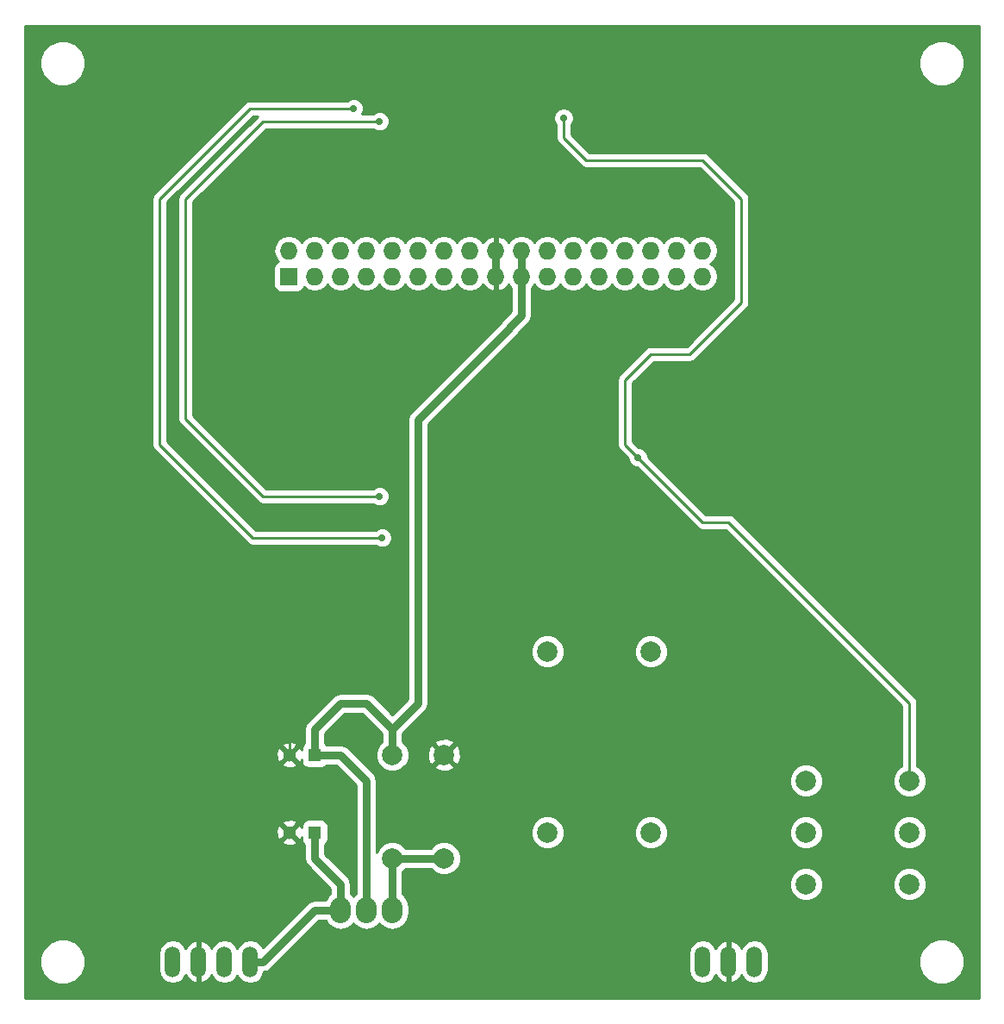
<source format=gbl>
G04 #@! TF.FileFunction,Copper,L2,Bot,Signal*
%FSLAX46Y46*%
G04 Gerber Fmt 4.6, Leading zero omitted, Abs format (unit mm)*
G04 Created by KiCad (PCBNEW 4.0.7) date Wednesday, 11. April 2018 'u56' 14:56:34*
%MOMM*%
%LPD*%
G01*
G04 APERTURE LIST*
%ADD10C,0.100000*%
%ADD11C,1.998980*%
%ADD12C,1.300000*%
%ADD13R,1.300000X1.300000*%
%ADD14O,2.032000X2.540000*%
%ADD15O,1.506220X3.014980*%
%ADD16R,1.727200X1.727200*%
%ADD17O,1.727200X1.727200*%
%ADD18C,0.700000*%
%ADD19C,0.250000*%
%ADD20C,0.750000*%
%ADD21C,0.254000*%
G04 APERTURE END LIST*
D10*
D11*
X190500000Y-124460000D03*
X180340000Y-124460000D03*
D12*
X154980000Y-142240000D03*
D13*
X157480000Y-142240000D03*
D11*
X165100000Y-134620000D03*
X165100000Y-144780000D03*
D14*
X162560000Y-149860000D03*
X160020000Y-149860000D03*
X165100000Y-149860000D03*
D12*
X154980000Y-134620000D03*
D13*
X157480000Y-134620000D03*
D15*
X195580000Y-154940000D03*
X198120000Y-154940000D03*
X200660000Y-154940000D03*
X143510000Y-154940000D03*
X146050000Y-154940000D03*
X148590000Y-154940000D03*
X151130000Y-154940000D03*
D16*
X154940000Y-87630000D03*
D17*
X154940000Y-85090000D03*
X157480000Y-87630000D03*
X157480000Y-85090000D03*
X160020000Y-87630000D03*
X160020000Y-85090000D03*
X162560000Y-87630000D03*
X162560000Y-85090000D03*
X165100000Y-87630000D03*
X165100000Y-85090000D03*
X167640000Y-87630000D03*
X167640000Y-85090000D03*
X170180000Y-87630000D03*
X170180000Y-85090000D03*
X172720000Y-87630000D03*
X172720000Y-85090000D03*
X175260000Y-87630000D03*
X175260000Y-85090000D03*
X177800000Y-87630000D03*
X177800000Y-85090000D03*
X180340000Y-87630000D03*
X180340000Y-85090000D03*
X182880000Y-87630000D03*
X182880000Y-85090000D03*
X185420000Y-87630000D03*
X185420000Y-85090000D03*
X187960000Y-87630000D03*
X187960000Y-85090000D03*
X190500000Y-87630000D03*
X190500000Y-85090000D03*
X193040000Y-87630000D03*
X193040000Y-85090000D03*
X195580000Y-87630000D03*
X195580000Y-85090000D03*
D11*
X170180000Y-144780000D03*
X170180000Y-134620000D03*
X215900000Y-137160000D03*
X205740000Y-137160000D03*
X215900000Y-142240000D03*
X205740000Y-142240000D03*
X215900000Y-147320000D03*
X205740000Y-147320000D03*
X180340000Y-142240000D03*
X190500000Y-142240000D03*
D18*
X180340000Y-68580000D03*
X198120000Y-108585000D03*
X154940000Y-125730000D03*
X181935000Y-72065000D03*
X189230000Y-105410000D03*
X163830000Y-72390000D03*
X163830000Y-109220000D03*
X161290000Y-71120000D03*
X164095000Y-113295000D03*
D19*
X154980000Y-125770000D02*
X154940000Y-125730000D01*
X154980000Y-134620000D02*
X154980000Y-125770000D01*
D20*
X175260000Y-87630000D02*
X175260000Y-85090000D01*
X157480000Y-144780000D02*
X157480000Y-142240000D01*
X160020000Y-147320000D02*
X157480000Y-144780000D01*
X160020000Y-149860000D02*
X160020000Y-147320000D01*
X157480000Y-149860000D02*
X160020000Y-149860000D01*
X152400000Y-154940000D02*
X157480000Y-149860000D01*
X151130000Y-154940000D02*
X152400000Y-154940000D01*
X176611399Y-92628601D02*
X177800000Y-91440000D01*
X177800000Y-91440000D02*
X177800000Y-90170000D01*
X167640000Y-127000000D02*
X167640000Y-101681399D01*
X176611399Y-92628601D02*
X176611399Y-92710000D01*
X165100000Y-132080000D02*
X162560000Y-129540000D01*
X167640000Y-129540000D02*
X167640000Y-127000000D01*
X165100000Y-132080000D02*
X167640000Y-129540000D01*
X165100000Y-134457202D02*
X165100000Y-132080000D01*
X177800000Y-87630000D02*
X177800000Y-85090000D01*
X177800000Y-90170000D02*
X177800000Y-87630000D01*
X167640000Y-101681399D02*
X176611399Y-92710000D01*
X157480000Y-132080000D02*
X157480000Y-134620000D01*
X160020000Y-134620000D02*
X157480000Y-134620000D01*
X160020000Y-129540000D02*
X157480000Y-132080000D01*
X162560000Y-129540000D02*
X160020000Y-129540000D01*
X165100000Y-134620000D02*
X165100000Y-132080000D01*
X162560000Y-137160000D02*
X160020000Y-134620000D01*
X162560000Y-149860000D02*
X162560000Y-137160000D01*
D19*
X198120000Y-111760000D02*
X195580000Y-111760000D01*
X195580000Y-111760000D02*
X189230000Y-105410000D01*
X215900000Y-129540000D02*
X198120000Y-111760000D01*
X215900000Y-137160000D02*
X215900000Y-129540000D01*
X187960000Y-97790000D02*
X187960000Y-104140000D01*
X187960000Y-104140000D02*
X189230000Y-105410000D01*
X190500000Y-95250000D02*
X187960000Y-97790000D01*
X194310000Y-95250000D02*
X190500000Y-95250000D01*
X199390000Y-90170000D02*
X194310000Y-95250000D01*
X199390000Y-80010000D02*
X199390000Y-90170000D01*
X195580000Y-76200000D02*
X199390000Y-80010000D01*
X184150000Y-76200000D02*
X195580000Y-76200000D01*
X181935000Y-73985000D02*
X184150000Y-76200000D01*
X181935000Y-72065000D02*
X181935000Y-73985000D01*
D20*
X165100000Y-144780000D02*
X170180000Y-144780000D01*
X165100000Y-149860000D02*
X165100000Y-144780000D01*
D19*
X163830000Y-109220000D02*
X152400000Y-109220000D01*
X152400000Y-109220000D02*
X144780000Y-101600000D01*
X144780000Y-101600000D02*
X144780000Y-80010000D01*
X144780000Y-80010000D02*
X152400000Y-72390000D01*
X152400000Y-72390000D02*
X163830000Y-72390000D01*
X161290000Y-71120000D02*
X151130000Y-71120000D01*
X151130000Y-71120000D02*
X142240000Y-80010000D01*
X142240000Y-80010000D02*
X142240000Y-104140000D01*
X142240000Y-104140000D02*
X151395000Y-113295000D01*
X151395000Y-113295000D02*
X164095000Y-113295000D01*
D21*
G36*
X222755201Y-62996083D02*
X222759740Y-158540000D01*
X129034458Y-158540000D01*
X129034446Y-155382619D01*
X130479613Y-155382619D01*
X130819155Y-156204372D01*
X131447321Y-156833636D01*
X132268481Y-157174611D01*
X133157619Y-157175387D01*
X133979372Y-156835845D01*
X134608636Y-156207679D01*
X134949611Y-155386519D01*
X134950387Y-154497381D01*
X134804227Y-154143646D01*
X142121890Y-154143646D01*
X142121890Y-155736354D01*
X142227554Y-156267561D01*
X142528458Y-156717896D01*
X142978793Y-157018800D01*
X143510000Y-157124464D01*
X144041207Y-157018800D01*
X144491542Y-156717896D01*
X144792446Y-156267561D01*
X144793016Y-156264694D01*
X144816154Y-156342919D01*
X145158260Y-156765724D01*
X145636125Y-157025427D01*
X145708326Y-157039783D01*
X145923000Y-156917162D01*
X145923000Y-155067000D01*
X145903000Y-155067000D01*
X145903000Y-154813000D01*
X145923000Y-154813000D01*
X145923000Y-152962838D01*
X146177000Y-152962838D01*
X146177000Y-154813000D01*
X146197000Y-154813000D01*
X146197000Y-155067000D01*
X146177000Y-155067000D01*
X146177000Y-156917162D01*
X146391674Y-157039783D01*
X146463875Y-157025427D01*
X146941740Y-156765724D01*
X147283846Y-156342919D01*
X147306984Y-156264694D01*
X147307554Y-156267561D01*
X147608458Y-156717896D01*
X148058793Y-157018800D01*
X148590000Y-157124464D01*
X149121207Y-157018800D01*
X149571542Y-156717896D01*
X149860000Y-156286188D01*
X150148458Y-156717896D01*
X150598793Y-157018800D01*
X151130000Y-157124464D01*
X151661207Y-157018800D01*
X152111542Y-156717896D01*
X152412446Y-156267561D01*
X152478728Y-155934340D01*
X152786510Y-155873118D01*
X153114178Y-155654178D01*
X154624710Y-154143646D01*
X194191890Y-154143646D01*
X194191890Y-155736354D01*
X194297554Y-156267561D01*
X194598458Y-156717896D01*
X195048793Y-157018800D01*
X195580000Y-157124464D01*
X196111207Y-157018800D01*
X196561542Y-156717896D01*
X196862446Y-156267561D01*
X196863016Y-156264694D01*
X196886154Y-156342919D01*
X197228260Y-156765724D01*
X197706125Y-157025427D01*
X197778326Y-157039783D01*
X197993000Y-156917162D01*
X197993000Y-155067000D01*
X197973000Y-155067000D01*
X197973000Y-154813000D01*
X197993000Y-154813000D01*
X197993000Y-152962838D01*
X198247000Y-152962838D01*
X198247000Y-154813000D01*
X198267000Y-154813000D01*
X198267000Y-155067000D01*
X198247000Y-155067000D01*
X198247000Y-156917162D01*
X198461674Y-157039783D01*
X198533875Y-157025427D01*
X199011740Y-156765724D01*
X199353846Y-156342919D01*
X199376984Y-156264694D01*
X199377554Y-156267561D01*
X199678458Y-156717896D01*
X200128793Y-157018800D01*
X200660000Y-157124464D01*
X201191207Y-157018800D01*
X201641542Y-156717896D01*
X201942446Y-156267561D01*
X202048110Y-155736354D01*
X202048110Y-155382619D01*
X216839613Y-155382619D01*
X217179155Y-156204372D01*
X217807321Y-156833636D01*
X218628481Y-157174611D01*
X219517619Y-157175387D01*
X220339372Y-156835845D01*
X220968636Y-156207679D01*
X221309611Y-155386519D01*
X221310387Y-154497381D01*
X220970845Y-153675628D01*
X220342679Y-153046364D01*
X219521519Y-152705389D01*
X218632381Y-152704613D01*
X217810628Y-153044155D01*
X217181364Y-153672321D01*
X216840389Y-154493481D01*
X216839613Y-155382619D01*
X202048110Y-155382619D01*
X202048110Y-154143646D01*
X201942446Y-153612439D01*
X201641542Y-153162104D01*
X201191207Y-152861200D01*
X200660000Y-152755536D01*
X200128793Y-152861200D01*
X199678458Y-153162104D01*
X199377554Y-153612439D01*
X199376984Y-153615306D01*
X199353846Y-153537081D01*
X199011740Y-153114276D01*
X198533875Y-152854573D01*
X198461674Y-152840217D01*
X198247000Y-152962838D01*
X197993000Y-152962838D01*
X197778326Y-152840217D01*
X197706125Y-152854573D01*
X197228260Y-153114276D01*
X196886154Y-153537081D01*
X196863016Y-153615306D01*
X196862446Y-153612439D01*
X196561542Y-153162104D01*
X196111207Y-152861200D01*
X195580000Y-152755536D01*
X195048793Y-152861200D01*
X194598458Y-153162104D01*
X194297554Y-153612439D01*
X194191890Y-154143646D01*
X154624710Y-154143646D01*
X157898356Y-150870000D01*
X158552719Y-150870000D01*
X158852567Y-151318754D01*
X159388190Y-151676646D01*
X160020000Y-151802321D01*
X160651810Y-151676646D01*
X161187433Y-151318754D01*
X161290000Y-151165252D01*
X161392567Y-151318754D01*
X161928190Y-151676646D01*
X162560000Y-151802321D01*
X163191810Y-151676646D01*
X163727433Y-151318754D01*
X163830000Y-151165252D01*
X163932567Y-151318754D01*
X164468190Y-151676646D01*
X165100000Y-151802321D01*
X165731810Y-151676646D01*
X166267433Y-151318754D01*
X166625325Y-150783131D01*
X166751000Y-150151321D01*
X166751000Y-149568679D01*
X166625325Y-148936869D01*
X166267433Y-148401246D01*
X166110000Y-148296053D01*
X166110000Y-147643694D01*
X204105226Y-147643694D01*
X204353538Y-148244655D01*
X204812927Y-148704846D01*
X205413453Y-148954206D01*
X206063694Y-148954774D01*
X206664655Y-148706462D01*
X207124846Y-148247073D01*
X207374206Y-147646547D01*
X207374208Y-147643694D01*
X214265226Y-147643694D01*
X214513538Y-148244655D01*
X214972927Y-148704846D01*
X215573453Y-148954206D01*
X216223694Y-148954774D01*
X216824655Y-148706462D01*
X217284846Y-148247073D01*
X217534206Y-147646547D01*
X217534774Y-146996306D01*
X217286462Y-146395345D01*
X216827073Y-145935154D01*
X216226547Y-145685794D01*
X215576306Y-145685226D01*
X214975345Y-145933538D01*
X214515154Y-146392927D01*
X214265794Y-146993453D01*
X214265226Y-147643694D01*
X207374208Y-147643694D01*
X207374774Y-146996306D01*
X207126462Y-146395345D01*
X206667073Y-145935154D01*
X206066547Y-145685794D01*
X205416306Y-145685226D01*
X204815345Y-145933538D01*
X204355154Y-146392927D01*
X204105794Y-146993453D01*
X204105226Y-147643694D01*
X166110000Y-147643694D01*
X166110000Y-146081266D01*
X166401774Y-145790000D01*
X168878734Y-145790000D01*
X169252927Y-146164846D01*
X169853453Y-146414206D01*
X170503694Y-146414774D01*
X171104655Y-146166462D01*
X171564846Y-145707073D01*
X171814206Y-145106547D01*
X171814774Y-144456306D01*
X171566462Y-143855345D01*
X171107073Y-143395154D01*
X170506547Y-143145794D01*
X169856306Y-143145226D01*
X169255345Y-143393538D01*
X168878226Y-143770000D01*
X166401266Y-143770000D01*
X166027073Y-143395154D01*
X165426547Y-143145794D01*
X164776306Y-143145226D01*
X164175345Y-143393538D01*
X163715154Y-143852927D01*
X163570000Y-144202497D01*
X163570000Y-142563694D01*
X178705226Y-142563694D01*
X178953538Y-143164655D01*
X179412927Y-143624846D01*
X180013453Y-143874206D01*
X180663694Y-143874774D01*
X181264655Y-143626462D01*
X181724846Y-143167073D01*
X181974206Y-142566547D01*
X181974208Y-142563694D01*
X188865226Y-142563694D01*
X189113538Y-143164655D01*
X189572927Y-143624846D01*
X190173453Y-143874206D01*
X190823694Y-143874774D01*
X191424655Y-143626462D01*
X191884846Y-143167073D01*
X192134206Y-142566547D01*
X192134208Y-142563694D01*
X204105226Y-142563694D01*
X204353538Y-143164655D01*
X204812927Y-143624846D01*
X205413453Y-143874206D01*
X206063694Y-143874774D01*
X206664655Y-143626462D01*
X207124846Y-143167073D01*
X207374206Y-142566547D01*
X207374208Y-142563694D01*
X214265226Y-142563694D01*
X214513538Y-143164655D01*
X214972927Y-143624846D01*
X215573453Y-143874206D01*
X216223694Y-143874774D01*
X216824655Y-143626462D01*
X217284846Y-143167073D01*
X217534206Y-142566547D01*
X217534774Y-141916306D01*
X217286462Y-141315345D01*
X216827073Y-140855154D01*
X216226547Y-140605794D01*
X215576306Y-140605226D01*
X214975345Y-140853538D01*
X214515154Y-141312927D01*
X214265794Y-141913453D01*
X214265226Y-142563694D01*
X207374208Y-142563694D01*
X207374774Y-141916306D01*
X207126462Y-141315345D01*
X206667073Y-140855154D01*
X206066547Y-140605794D01*
X205416306Y-140605226D01*
X204815345Y-140853538D01*
X204355154Y-141312927D01*
X204105794Y-141913453D01*
X204105226Y-142563694D01*
X192134208Y-142563694D01*
X192134774Y-141916306D01*
X191886462Y-141315345D01*
X191427073Y-140855154D01*
X190826547Y-140605794D01*
X190176306Y-140605226D01*
X189575345Y-140853538D01*
X189115154Y-141312927D01*
X188865794Y-141913453D01*
X188865226Y-142563694D01*
X181974208Y-142563694D01*
X181974774Y-141916306D01*
X181726462Y-141315345D01*
X181267073Y-140855154D01*
X180666547Y-140605794D01*
X180016306Y-140605226D01*
X179415345Y-140853538D01*
X178955154Y-141312927D01*
X178705794Y-141913453D01*
X178705226Y-142563694D01*
X163570000Y-142563694D01*
X163570000Y-137483694D01*
X204105226Y-137483694D01*
X204353538Y-138084655D01*
X204812927Y-138544846D01*
X205413453Y-138794206D01*
X206063694Y-138794774D01*
X206664655Y-138546462D01*
X207124846Y-138087073D01*
X207374206Y-137486547D01*
X207374774Y-136836306D01*
X207126462Y-136235345D01*
X206667073Y-135775154D01*
X206066547Y-135525794D01*
X205416306Y-135525226D01*
X204815345Y-135773538D01*
X204355154Y-136232927D01*
X204105794Y-136833453D01*
X204105226Y-137483694D01*
X163570000Y-137483694D01*
X163570000Y-137160000D01*
X163505613Y-136836306D01*
X163493118Y-136773489D01*
X163274178Y-136445822D01*
X160734178Y-133905822D01*
X160406510Y-133686882D01*
X160020000Y-133610000D01*
X158652931Y-133610000D01*
X158594090Y-133518559D01*
X158490000Y-133447437D01*
X158490000Y-132498356D01*
X160438356Y-130550000D01*
X162141644Y-130550000D01*
X164090000Y-132498356D01*
X164090000Y-133318734D01*
X163715154Y-133692927D01*
X163465794Y-134293453D01*
X163465226Y-134943694D01*
X163713538Y-135544655D01*
X164172927Y-136004846D01*
X164773453Y-136254206D01*
X165423694Y-136254774D01*
X166024655Y-136006462D01*
X166259363Y-135772163D01*
X169207443Y-135772163D01*
X169306042Y-136038965D01*
X169915582Y-136265401D01*
X170565377Y-136241341D01*
X171053958Y-136038965D01*
X171152557Y-135772163D01*
X170180000Y-134799605D01*
X169207443Y-135772163D01*
X166259363Y-135772163D01*
X166484846Y-135547073D01*
X166734206Y-134946547D01*
X166734722Y-134355582D01*
X168534599Y-134355582D01*
X168558659Y-135005377D01*
X168761035Y-135493958D01*
X169027837Y-135592557D01*
X170000395Y-134620000D01*
X170359605Y-134620000D01*
X171332163Y-135592557D01*
X171598965Y-135493958D01*
X171825401Y-134884418D01*
X171801341Y-134234623D01*
X171598965Y-133746042D01*
X171332163Y-133647443D01*
X170359605Y-134620000D01*
X170000395Y-134620000D01*
X169027837Y-133647443D01*
X168761035Y-133746042D01*
X168534599Y-134355582D01*
X166734722Y-134355582D01*
X166734774Y-134296306D01*
X166486462Y-133695345D01*
X166259351Y-133467837D01*
X169207443Y-133467837D01*
X170180000Y-134440395D01*
X171152557Y-133467837D01*
X171053958Y-133201035D01*
X170444418Y-132974599D01*
X169794623Y-132998659D01*
X169306042Y-133201035D01*
X169207443Y-133467837D01*
X166259351Y-133467837D01*
X166110000Y-133318226D01*
X166110000Y-132498356D01*
X168354178Y-130254178D01*
X168573118Y-129926511D01*
X168650000Y-129540000D01*
X168650000Y-124783694D01*
X178705226Y-124783694D01*
X178953538Y-125384655D01*
X179412927Y-125844846D01*
X180013453Y-126094206D01*
X180663694Y-126094774D01*
X181264655Y-125846462D01*
X181724846Y-125387073D01*
X181974206Y-124786547D01*
X181974208Y-124783694D01*
X188865226Y-124783694D01*
X189113538Y-125384655D01*
X189572927Y-125844846D01*
X190173453Y-126094206D01*
X190823694Y-126094774D01*
X191424655Y-125846462D01*
X191884846Y-125387073D01*
X192134206Y-124786547D01*
X192134774Y-124136306D01*
X191886462Y-123535345D01*
X191427073Y-123075154D01*
X190826547Y-122825794D01*
X190176306Y-122825226D01*
X189575345Y-123073538D01*
X189115154Y-123532927D01*
X188865794Y-124133453D01*
X188865226Y-124783694D01*
X181974208Y-124783694D01*
X181974774Y-124136306D01*
X181726462Y-123535345D01*
X181267073Y-123075154D01*
X180666547Y-122825794D01*
X180016306Y-122825226D01*
X179415345Y-123073538D01*
X178955154Y-123532927D01*
X178705794Y-124133453D01*
X178705226Y-124783694D01*
X168650000Y-124783694D01*
X168650000Y-102099755D01*
X177325577Y-93424178D01*
X177489486Y-93178870D01*
X178514178Y-92154178D01*
X178733118Y-91826510D01*
X178810000Y-91440000D01*
X178810000Y-88742476D01*
X178889029Y-88689670D01*
X179070000Y-88418828D01*
X179250971Y-88689670D01*
X179737152Y-89014526D01*
X180310641Y-89128600D01*
X180369359Y-89128600D01*
X180942848Y-89014526D01*
X181429029Y-88689670D01*
X181610000Y-88418828D01*
X181790971Y-88689670D01*
X182277152Y-89014526D01*
X182850641Y-89128600D01*
X182909359Y-89128600D01*
X183482848Y-89014526D01*
X183969029Y-88689670D01*
X184150000Y-88418828D01*
X184330971Y-88689670D01*
X184817152Y-89014526D01*
X185390641Y-89128600D01*
X185449359Y-89128600D01*
X186022848Y-89014526D01*
X186509029Y-88689670D01*
X186690000Y-88418828D01*
X186870971Y-88689670D01*
X187357152Y-89014526D01*
X187930641Y-89128600D01*
X187989359Y-89128600D01*
X188562848Y-89014526D01*
X189049029Y-88689670D01*
X189230000Y-88418828D01*
X189410971Y-88689670D01*
X189897152Y-89014526D01*
X190470641Y-89128600D01*
X190529359Y-89128600D01*
X191102848Y-89014526D01*
X191589029Y-88689670D01*
X191770000Y-88418828D01*
X191950971Y-88689670D01*
X192437152Y-89014526D01*
X193010641Y-89128600D01*
X193069359Y-89128600D01*
X193642848Y-89014526D01*
X194129029Y-88689670D01*
X194310000Y-88418828D01*
X194490971Y-88689670D01*
X194977152Y-89014526D01*
X195550641Y-89128600D01*
X195609359Y-89128600D01*
X196182848Y-89014526D01*
X196669029Y-88689670D01*
X196993885Y-88203489D01*
X197107959Y-87630000D01*
X196993885Y-87056511D01*
X196669029Y-86570330D01*
X196354248Y-86360000D01*
X196669029Y-86149670D01*
X196993885Y-85663489D01*
X197107959Y-85090000D01*
X196993885Y-84516511D01*
X196669029Y-84030330D01*
X196182848Y-83705474D01*
X195609359Y-83591400D01*
X195550641Y-83591400D01*
X194977152Y-83705474D01*
X194490971Y-84030330D01*
X194310000Y-84301172D01*
X194129029Y-84030330D01*
X193642848Y-83705474D01*
X193069359Y-83591400D01*
X193010641Y-83591400D01*
X192437152Y-83705474D01*
X191950971Y-84030330D01*
X191770000Y-84301172D01*
X191589029Y-84030330D01*
X191102848Y-83705474D01*
X190529359Y-83591400D01*
X190470641Y-83591400D01*
X189897152Y-83705474D01*
X189410971Y-84030330D01*
X189230000Y-84301172D01*
X189049029Y-84030330D01*
X188562848Y-83705474D01*
X187989359Y-83591400D01*
X187930641Y-83591400D01*
X187357152Y-83705474D01*
X186870971Y-84030330D01*
X186690000Y-84301172D01*
X186509029Y-84030330D01*
X186022848Y-83705474D01*
X185449359Y-83591400D01*
X185390641Y-83591400D01*
X184817152Y-83705474D01*
X184330971Y-84030330D01*
X184150000Y-84301172D01*
X183969029Y-84030330D01*
X183482848Y-83705474D01*
X182909359Y-83591400D01*
X182850641Y-83591400D01*
X182277152Y-83705474D01*
X181790971Y-84030330D01*
X181610000Y-84301172D01*
X181429029Y-84030330D01*
X180942848Y-83705474D01*
X180369359Y-83591400D01*
X180310641Y-83591400D01*
X179737152Y-83705474D01*
X179250971Y-84030330D01*
X179070000Y-84301172D01*
X178889029Y-84030330D01*
X178402848Y-83705474D01*
X177829359Y-83591400D01*
X177770641Y-83591400D01*
X177197152Y-83705474D01*
X176710971Y-84030330D01*
X176530008Y-84301161D01*
X176148490Y-83883179D01*
X175619027Y-83635032D01*
X175387000Y-83755531D01*
X175387000Y-84963000D01*
X175407000Y-84963000D01*
X175407000Y-85217000D01*
X175387000Y-85217000D01*
X175387000Y-87503000D01*
X175407000Y-87503000D01*
X175407000Y-87757000D01*
X175387000Y-87757000D01*
X175387000Y-88964469D01*
X175619027Y-89084968D01*
X176148490Y-88836821D01*
X176530008Y-88418839D01*
X176710971Y-88689670D01*
X176790000Y-88742476D01*
X176790000Y-91021644D01*
X175897221Y-91914423D01*
X175733312Y-92159731D01*
X166925822Y-100967221D01*
X166706882Y-101294889D01*
X166630000Y-101681399D01*
X166630000Y-129121644D01*
X165100000Y-130651644D01*
X163274178Y-128825822D01*
X162946510Y-128606882D01*
X162560000Y-128530000D01*
X160020000Y-128530000D01*
X159633489Y-128606882D01*
X159305822Y-128825822D01*
X156765822Y-131365822D01*
X156546882Y-131693490D01*
X156470000Y-132080000D01*
X156470000Y-133447069D01*
X156378559Y-133505910D01*
X156233569Y-133718110D01*
X156182560Y-133970000D01*
X156182560Y-134132385D01*
X156109611Y-133956271D01*
X155879016Y-133900590D01*
X155159605Y-134620000D01*
X155879016Y-135339410D01*
X156109611Y-135283729D01*
X156182560Y-135074098D01*
X156182560Y-135270000D01*
X156226838Y-135505317D01*
X156365910Y-135721441D01*
X156578110Y-135866431D01*
X156830000Y-135917440D01*
X158130000Y-135917440D01*
X158365317Y-135873162D01*
X158581441Y-135734090D01*
X158652563Y-135630000D01*
X159601644Y-135630000D01*
X161550000Y-137578356D01*
X161550000Y-148296053D01*
X161392567Y-148401246D01*
X161290000Y-148554748D01*
X161187433Y-148401246D01*
X161030000Y-148296053D01*
X161030000Y-147320000D01*
X160965613Y-146996306D01*
X160953118Y-146933489D01*
X160734178Y-146605822D01*
X158490000Y-144361644D01*
X158490000Y-143412931D01*
X158581441Y-143354090D01*
X158726431Y-143141890D01*
X158777440Y-142890000D01*
X158777440Y-141590000D01*
X158733162Y-141354683D01*
X158594090Y-141138559D01*
X158381890Y-140993569D01*
X158130000Y-140942560D01*
X156830000Y-140942560D01*
X156594683Y-140986838D01*
X156378559Y-141125910D01*
X156233569Y-141338110D01*
X156182560Y-141590000D01*
X156182560Y-141752385D01*
X156109611Y-141576271D01*
X155879016Y-141520590D01*
X155159605Y-142240000D01*
X155879016Y-142959410D01*
X156109611Y-142903729D01*
X156182560Y-142694098D01*
X156182560Y-142890000D01*
X156226838Y-143125317D01*
X156365910Y-143341441D01*
X156470000Y-143412563D01*
X156470000Y-144780000D01*
X156546882Y-145166510D01*
X156765822Y-145494178D01*
X159010000Y-147738356D01*
X159010000Y-148296053D01*
X158852567Y-148401246D01*
X158552719Y-148850000D01*
X157480000Y-148850000D01*
X157093490Y-148926882D01*
X156765822Y-149145822D01*
X152367088Y-153544556D01*
X152111542Y-153162104D01*
X151661207Y-152861200D01*
X151130000Y-152755536D01*
X150598793Y-152861200D01*
X150148458Y-153162104D01*
X149860000Y-153593812D01*
X149571542Y-153162104D01*
X149121207Y-152861200D01*
X148590000Y-152755536D01*
X148058793Y-152861200D01*
X147608458Y-153162104D01*
X147307554Y-153612439D01*
X147306984Y-153615306D01*
X147283846Y-153537081D01*
X146941740Y-153114276D01*
X146463875Y-152854573D01*
X146391674Y-152840217D01*
X146177000Y-152962838D01*
X145923000Y-152962838D01*
X145708326Y-152840217D01*
X145636125Y-152854573D01*
X145158260Y-153114276D01*
X144816154Y-153537081D01*
X144793016Y-153615306D01*
X144792446Y-153612439D01*
X144491542Y-153162104D01*
X144041207Y-152861200D01*
X143510000Y-152755536D01*
X142978793Y-152861200D01*
X142528458Y-153162104D01*
X142227554Y-153612439D01*
X142121890Y-154143646D01*
X134804227Y-154143646D01*
X134610845Y-153675628D01*
X133982679Y-153046364D01*
X133161519Y-152705389D01*
X132272381Y-152704613D01*
X131450628Y-153044155D01*
X130821364Y-153672321D01*
X130480389Y-154493481D01*
X130479613Y-155382619D01*
X129034446Y-155382619D01*
X129034400Y-143139016D01*
X154260590Y-143139016D01*
X154316271Y-143369611D01*
X154799078Y-143537622D01*
X155309428Y-143508083D01*
X155643729Y-143369611D01*
X155699410Y-143139016D01*
X154980000Y-142419605D01*
X154260590Y-143139016D01*
X129034400Y-143139016D01*
X129034395Y-142059078D01*
X153682378Y-142059078D01*
X153711917Y-142569428D01*
X153850389Y-142903729D01*
X154080984Y-142959410D01*
X154800395Y-142240000D01*
X154080984Y-141520590D01*
X153850389Y-141576271D01*
X153682378Y-142059078D01*
X129034395Y-142059078D01*
X129034393Y-141340984D01*
X154260590Y-141340984D01*
X154980000Y-142060395D01*
X155699410Y-141340984D01*
X155643729Y-141110389D01*
X155160922Y-140942378D01*
X154650572Y-140971917D01*
X154316271Y-141110389D01*
X154260590Y-141340984D01*
X129034393Y-141340984D01*
X129034371Y-135519016D01*
X154260590Y-135519016D01*
X154316271Y-135749611D01*
X154799078Y-135917622D01*
X155309428Y-135888083D01*
X155643729Y-135749611D01*
X155699410Y-135519016D01*
X154980000Y-134799605D01*
X154260590Y-135519016D01*
X129034371Y-135519016D01*
X129034366Y-134439078D01*
X153682378Y-134439078D01*
X153711917Y-134949428D01*
X153850389Y-135283729D01*
X154080984Y-135339410D01*
X154800395Y-134620000D01*
X154080984Y-133900590D01*
X153850389Y-133956271D01*
X153682378Y-134439078D01*
X129034366Y-134439078D01*
X129034364Y-133720984D01*
X154260590Y-133720984D01*
X154980000Y-134440395D01*
X155699410Y-133720984D01*
X155643729Y-133490389D01*
X155160922Y-133322378D01*
X154650572Y-133351917D01*
X154316271Y-133490389D01*
X154260590Y-133720984D01*
X129034364Y-133720984D01*
X129034152Y-80010000D01*
X141480000Y-80010000D01*
X141480000Y-104140000D01*
X141537852Y-104430839D01*
X141702599Y-104677401D01*
X150857599Y-113832401D01*
X151104161Y-113997148D01*
X151395000Y-114055000D01*
X163461889Y-114055000D01*
X163536314Y-114129555D01*
X163898212Y-114279828D01*
X164290069Y-114280170D01*
X164652229Y-114130529D01*
X164929555Y-113853686D01*
X165079828Y-113491788D01*
X165080170Y-113099931D01*
X164930529Y-112737771D01*
X164653686Y-112460445D01*
X164291788Y-112310172D01*
X163899931Y-112309830D01*
X163537771Y-112459471D01*
X163462110Y-112535000D01*
X151709802Y-112535000D01*
X143000000Y-103825198D01*
X143000000Y-80324802D01*
X151444802Y-71880000D01*
X151835198Y-71880000D01*
X144242599Y-79472599D01*
X144077852Y-79719161D01*
X144020000Y-80010000D01*
X144020000Y-101600000D01*
X144077852Y-101890839D01*
X144242599Y-102137401D01*
X151862599Y-109757401D01*
X152109160Y-109922148D01*
X152400000Y-109980000D01*
X163196889Y-109980000D01*
X163271314Y-110054555D01*
X163633212Y-110204828D01*
X164025069Y-110205170D01*
X164387229Y-110055529D01*
X164664555Y-109778686D01*
X164814828Y-109416788D01*
X164815170Y-109024931D01*
X164665529Y-108662771D01*
X164388686Y-108385445D01*
X164026788Y-108235172D01*
X163634931Y-108234830D01*
X163272771Y-108384471D01*
X163197110Y-108460000D01*
X152714802Y-108460000D01*
X145540000Y-101285198D01*
X145540000Y-85090000D01*
X153412041Y-85090000D01*
X153526115Y-85663489D01*
X153850971Y-86149670D01*
X153864642Y-86158805D01*
X153841083Y-86163238D01*
X153624959Y-86302310D01*
X153479969Y-86514510D01*
X153428960Y-86766400D01*
X153428960Y-88493600D01*
X153473238Y-88728917D01*
X153612310Y-88945041D01*
X153824510Y-89090031D01*
X154076400Y-89141040D01*
X155803600Y-89141040D01*
X156038917Y-89096762D01*
X156255041Y-88957690D01*
X156400031Y-88745490D01*
X156408908Y-88701655D01*
X156877152Y-89014526D01*
X157450641Y-89128600D01*
X157509359Y-89128600D01*
X158082848Y-89014526D01*
X158569029Y-88689670D01*
X158750000Y-88418828D01*
X158930971Y-88689670D01*
X159417152Y-89014526D01*
X159990641Y-89128600D01*
X160049359Y-89128600D01*
X160622848Y-89014526D01*
X161109029Y-88689670D01*
X161290000Y-88418828D01*
X161470971Y-88689670D01*
X161957152Y-89014526D01*
X162530641Y-89128600D01*
X162589359Y-89128600D01*
X163162848Y-89014526D01*
X163649029Y-88689670D01*
X163830000Y-88418828D01*
X164010971Y-88689670D01*
X164497152Y-89014526D01*
X165070641Y-89128600D01*
X165129359Y-89128600D01*
X165702848Y-89014526D01*
X166189029Y-88689670D01*
X166370000Y-88418828D01*
X166550971Y-88689670D01*
X167037152Y-89014526D01*
X167610641Y-89128600D01*
X167669359Y-89128600D01*
X168242848Y-89014526D01*
X168729029Y-88689670D01*
X168910000Y-88418828D01*
X169090971Y-88689670D01*
X169577152Y-89014526D01*
X170150641Y-89128600D01*
X170209359Y-89128600D01*
X170782848Y-89014526D01*
X171269029Y-88689670D01*
X171450000Y-88418828D01*
X171630971Y-88689670D01*
X172117152Y-89014526D01*
X172690641Y-89128600D01*
X172749359Y-89128600D01*
X173322848Y-89014526D01*
X173809029Y-88689670D01*
X173989992Y-88418839D01*
X174371510Y-88836821D01*
X174900973Y-89084968D01*
X175133000Y-88964469D01*
X175133000Y-87757000D01*
X175113000Y-87757000D01*
X175113000Y-87503000D01*
X175133000Y-87503000D01*
X175133000Y-85217000D01*
X175113000Y-85217000D01*
X175113000Y-84963000D01*
X175133000Y-84963000D01*
X175133000Y-83755531D01*
X174900973Y-83635032D01*
X174371510Y-83883179D01*
X173989992Y-84301161D01*
X173809029Y-84030330D01*
X173322848Y-83705474D01*
X172749359Y-83591400D01*
X172690641Y-83591400D01*
X172117152Y-83705474D01*
X171630971Y-84030330D01*
X171450000Y-84301172D01*
X171269029Y-84030330D01*
X170782848Y-83705474D01*
X170209359Y-83591400D01*
X170150641Y-83591400D01*
X169577152Y-83705474D01*
X169090971Y-84030330D01*
X168910000Y-84301172D01*
X168729029Y-84030330D01*
X168242848Y-83705474D01*
X167669359Y-83591400D01*
X167610641Y-83591400D01*
X167037152Y-83705474D01*
X166550971Y-84030330D01*
X166370000Y-84301172D01*
X166189029Y-84030330D01*
X165702848Y-83705474D01*
X165129359Y-83591400D01*
X165070641Y-83591400D01*
X164497152Y-83705474D01*
X164010971Y-84030330D01*
X163830000Y-84301172D01*
X163649029Y-84030330D01*
X163162848Y-83705474D01*
X162589359Y-83591400D01*
X162530641Y-83591400D01*
X161957152Y-83705474D01*
X161470971Y-84030330D01*
X161290000Y-84301172D01*
X161109029Y-84030330D01*
X160622848Y-83705474D01*
X160049359Y-83591400D01*
X159990641Y-83591400D01*
X159417152Y-83705474D01*
X158930971Y-84030330D01*
X158750000Y-84301172D01*
X158569029Y-84030330D01*
X158082848Y-83705474D01*
X157509359Y-83591400D01*
X157450641Y-83591400D01*
X156877152Y-83705474D01*
X156390971Y-84030330D01*
X156210000Y-84301172D01*
X156029029Y-84030330D01*
X155542848Y-83705474D01*
X154969359Y-83591400D01*
X154910641Y-83591400D01*
X154337152Y-83705474D01*
X153850971Y-84030330D01*
X153526115Y-84516511D01*
X153412041Y-85090000D01*
X145540000Y-85090000D01*
X145540000Y-80324802D01*
X152714802Y-73150000D01*
X163196889Y-73150000D01*
X163271314Y-73224555D01*
X163633212Y-73374828D01*
X164025069Y-73375170D01*
X164387229Y-73225529D01*
X164664555Y-72948686D01*
X164814828Y-72586788D01*
X164815113Y-72260069D01*
X180949830Y-72260069D01*
X181099471Y-72622229D01*
X181175000Y-72697890D01*
X181175000Y-73985000D01*
X181232852Y-74275839D01*
X181397599Y-74522401D01*
X183612599Y-76737401D01*
X183859161Y-76902148D01*
X184150000Y-76960000D01*
X195265198Y-76960000D01*
X198630000Y-80324802D01*
X198630000Y-89855198D01*
X193995198Y-94490000D01*
X190500000Y-94490000D01*
X190257414Y-94538254D01*
X190209160Y-94547852D01*
X189962599Y-94712599D01*
X187422599Y-97252599D01*
X187257852Y-97499161D01*
X187200000Y-97790000D01*
X187200000Y-104140000D01*
X187257852Y-104430839D01*
X187422599Y-104677401D01*
X188244922Y-105499724D01*
X188244830Y-105605069D01*
X188394471Y-105967229D01*
X188671314Y-106244555D01*
X189033212Y-106394828D01*
X189140119Y-106394921D01*
X195042599Y-112297401D01*
X195289161Y-112462148D01*
X195580000Y-112520000D01*
X197805198Y-112520000D01*
X215140000Y-129854802D01*
X215140000Y-135705504D01*
X214975345Y-135773538D01*
X214515154Y-136232927D01*
X214265794Y-136833453D01*
X214265226Y-137483694D01*
X214513538Y-138084655D01*
X214972927Y-138544846D01*
X215573453Y-138794206D01*
X216223694Y-138794774D01*
X216824655Y-138546462D01*
X217284846Y-138087073D01*
X217534206Y-137486547D01*
X217534774Y-136836306D01*
X217286462Y-136235345D01*
X216827073Y-135775154D01*
X216660000Y-135705779D01*
X216660000Y-129540000D01*
X216602148Y-129249161D01*
X216437401Y-129002599D01*
X198657401Y-111222599D01*
X198410839Y-111057852D01*
X198120000Y-111000000D01*
X195894802Y-111000000D01*
X190215078Y-105320276D01*
X190215170Y-105214931D01*
X190065529Y-104852771D01*
X189788686Y-104575445D01*
X189426788Y-104425172D01*
X189319881Y-104425079D01*
X188720000Y-103825198D01*
X188720000Y-98104802D01*
X190814802Y-96010000D01*
X194310000Y-96010000D01*
X194600839Y-95952148D01*
X194847401Y-95787401D01*
X199927401Y-90707401D01*
X200092148Y-90460839D01*
X200150000Y-90170000D01*
X200150000Y-80010000D01*
X200092148Y-79719161D01*
X199927401Y-79472599D01*
X196117401Y-75662599D01*
X195870839Y-75497852D01*
X195580000Y-75440000D01*
X184464802Y-75440000D01*
X182695000Y-73670198D01*
X182695000Y-72698111D01*
X182769555Y-72623686D01*
X182919828Y-72261788D01*
X182920170Y-71869931D01*
X182770529Y-71507771D01*
X182493686Y-71230445D01*
X182131788Y-71080172D01*
X181739931Y-71079830D01*
X181377771Y-71229471D01*
X181100445Y-71506314D01*
X180950172Y-71868212D01*
X180949830Y-72260069D01*
X164815113Y-72260069D01*
X164815170Y-72194931D01*
X164665529Y-71832771D01*
X164388686Y-71555445D01*
X164026788Y-71405172D01*
X163634931Y-71404830D01*
X163272771Y-71554471D01*
X163197110Y-71630000D01*
X162144771Y-71630000D01*
X162274828Y-71316788D01*
X162275170Y-70924931D01*
X162125529Y-70562771D01*
X161848686Y-70285445D01*
X161486788Y-70135172D01*
X161094931Y-70134830D01*
X160732771Y-70284471D01*
X160657110Y-70360000D01*
X151130000Y-70360000D01*
X150839161Y-70417852D01*
X150592599Y-70582599D01*
X141702599Y-79472599D01*
X141537852Y-79719161D01*
X141480000Y-80010000D01*
X129034152Y-80010000D01*
X129034101Y-67117619D01*
X130479613Y-67117619D01*
X130819155Y-67939372D01*
X131447321Y-68568636D01*
X132268481Y-68909611D01*
X133157619Y-68910387D01*
X133979372Y-68570845D01*
X134608636Y-67942679D01*
X134949611Y-67121519D01*
X134949614Y-67117619D01*
X216839613Y-67117619D01*
X217179155Y-67939372D01*
X217807321Y-68568636D01*
X218628481Y-68909611D01*
X219517619Y-68910387D01*
X220339372Y-68570845D01*
X220968636Y-67942679D01*
X221309611Y-67121519D01*
X221310387Y-66232381D01*
X220970845Y-65410628D01*
X220342679Y-64781364D01*
X219521519Y-64440389D01*
X218632381Y-64439613D01*
X217810628Y-64779155D01*
X217181364Y-65407321D01*
X216840389Y-66228481D01*
X216839613Y-67117619D01*
X134949614Y-67117619D01*
X134950387Y-66232381D01*
X134610845Y-65410628D01*
X133982679Y-64781364D01*
X133161519Y-64440389D01*
X132272381Y-64439613D01*
X131450628Y-64779155D01*
X130821364Y-65407321D01*
X130480389Y-66228481D01*
X130479613Y-67117619D01*
X129034101Y-67117619D01*
X129034084Y-62991540D01*
X222755201Y-62996083D01*
X222755201Y-62996083D01*
G37*
X222755201Y-62996083D02*
X222759740Y-158540000D01*
X129034458Y-158540000D01*
X129034446Y-155382619D01*
X130479613Y-155382619D01*
X130819155Y-156204372D01*
X131447321Y-156833636D01*
X132268481Y-157174611D01*
X133157619Y-157175387D01*
X133979372Y-156835845D01*
X134608636Y-156207679D01*
X134949611Y-155386519D01*
X134950387Y-154497381D01*
X134804227Y-154143646D01*
X142121890Y-154143646D01*
X142121890Y-155736354D01*
X142227554Y-156267561D01*
X142528458Y-156717896D01*
X142978793Y-157018800D01*
X143510000Y-157124464D01*
X144041207Y-157018800D01*
X144491542Y-156717896D01*
X144792446Y-156267561D01*
X144793016Y-156264694D01*
X144816154Y-156342919D01*
X145158260Y-156765724D01*
X145636125Y-157025427D01*
X145708326Y-157039783D01*
X145923000Y-156917162D01*
X145923000Y-155067000D01*
X145903000Y-155067000D01*
X145903000Y-154813000D01*
X145923000Y-154813000D01*
X145923000Y-152962838D01*
X146177000Y-152962838D01*
X146177000Y-154813000D01*
X146197000Y-154813000D01*
X146197000Y-155067000D01*
X146177000Y-155067000D01*
X146177000Y-156917162D01*
X146391674Y-157039783D01*
X146463875Y-157025427D01*
X146941740Y-156765724D01*
X147283846Y-156342919D01*
X147306984Y-156264694D01*
X147307554Y-156267561D01*
X147608458Y-156717896D01*
X148058793Y-157018800D01*
X148590000Y-157124464D01*
X149121207Y-157018800D01*
X149571542Y-156717896D01*
X149860000Y-156286188D01*
X150148458Y-156717896D01*
X150598793Y-157018800D01*
X151130000Y-157124464D01*
X151661207Y-157018800D01*
X152111542Y-156717896D01*
X152412446Y-156267561D01*
X152478728Y-155934340D01*
X152786510Y-155873118D01*
X153114178Y-155654178D01*
X154624710Y-154143646D01*
X194191890Y-154143646D01*
X194191890Y-155736354D01*
X194297554Y-156267561D01*
X194598458Y-156717896D01*
X195048793Y-157018800D01*
X195580000Y-157124464D01*
X196111207Y-157018800D01*
X196561542Y-156717896D01*
X196862446Y-156267561D01*
X196863016Y-156264694D01*
X196886154Y-156342919D01*
X197228260Y-156765724D01*
X197706125Y-157025427D01*
X197778326Y-157039783D01*
X197993000Y-156917162D01*
X197993000Y-155067000D01*
X197973000Y-155067000D01*
X197973000Y-154813000D01*
X197993000Y-154813000D01*
X197993000Y-152962838D01*
X198247000Y-152962838D01*
X198247000Y-154813000D01*
X198267000Y-154813000D01*
X198267000Y-155067000D01*
X198247000Y-155067000D01*
X198247000Y-156917162D01*
X198461674Y-157039783D01*
X198533875Y-157025427D01*
X199011740Y-156765724D01*
X199353846Y-156342919D01*
X199376984Y-156264694D01*
X199377554Y-156267561D01*
X199678458Y-156717896D01*
X200128793Y-157018800D01*
X200660000Y-157124464D01*
X201191207Y-157018800D01*
X201641542Y-156717896D01*
X201942446Y-156267561D01*
X202048110Y-155736354D01*
X202048110Y-155382619D01*
X216839613Y-155382619D01*
X217179155Y-156204372D01*
X217807321Y-156833636D01*
X218628481Y-157174611D01*
X219517619Y-157175387D01*
X220339372Y-156835845D01*
X220968636Y-156207679D01*
X221309611Y-155386519D01*
X221310387Y-154497381D01*
X220970845Y-153675628D01*
X220342679Y-153046364D01*
X219521519Y-152705389D01*
X218632381Y-152704613D01*
X217810628Y-153044155D01*
X217181364Y-153672321D01*
X216840389Y-154493481D01*
X216839613Y-155382619D01*
X202048110Y-155382619D01*
X202048110Y-154143646D01*
X201942446Y-153612439D01*
X201641542Y-153162104D01*
X201191207Y-152861200D01*
X200660000Y-152755536D01*
X200128793Y-152861200D01*
X199678458Y-153162104D01*
X199377554Y-153612439D01*
X199376984Y-153615306D01*
X199353846Y-153537081D01*
X199011740Y-153114276D01*
X198533875Y-152854573D01*
X198461674Y-152840217D01*
X198247000Y-152962838D01*
X197993000Y-152962838D01*
X197778326Y-152840217D01*
X197706125Y-152854573D01*
X197228260Y-153114276D01*
X196886154Y-153537081D01*
X196863016Y-153615306D01*
X196862446Y-153612439D01*
X196561542Y-153162104D01*
X196111207Y-152861200D01*
X195580000Y-152755536D01*
X195048793Y-152861200D01*
X194598458Y-153162104D01*
X194297554Y-153612439D01*
X194191890Y-154143646D01*
X154624710Y-154143646D01*
X157898356Y-150870000D01*
X158552719Y-150870000D01*
X158852567Y-151318754D01*
X159388190Y-151676646D01*
X160020000Y-151802321D01*
X160651810Y-151676646D01*
X161187433Y-151318754D01*
X161290000Y-151165252D01*
X161392567Y-151318754D01*
X161928190Y-151676646D01*
X162560000Y-151802321D01*
X163191810Y-151676646D01*
X163727433Y-151318754D01*
X163830000Y-151165252D01*
X163932567Y-151318754D01*
X164468190Y-151676646D01*
X165100000Y-151802321D01*
X165731810Y-151676646D01*
X166267433Y-151318754D01*
X166625325Y-150783131D01*
X166751000Y-150151321D01*
X166751000Y-149568679D01*
X166625325Y-148936869D01*
X166267433Y-148401246D01*
X166110000Y-148296053D01*
X166110000Y-147643694D01*
X204105226Y-147643694D01*
X204353538Y-148244655D01*
X204812927Y-148704846D01*
X205413453Y-148954206D01*
X206063694Y-148954774D01*
X206664655Y-148706462D01*
X207124846Y-148247073D01*
X207374206Y-147646547D01*
X207374208Y-147643694D01*
X214265226Y-147643694D01*
X214513538Y-148244655D01*
X214972927Y-148704846D01*
X215573453Y-148954206D01*
X216223694Y-148954774D01*
X216824655Y-148706462D01*
X217284846Y-148247073D01*
X217534206Y-147646547D01*
X217534774Y-146996306D01*
X217286462Y-146395345D01*
X216827073Y-145935154D01*
X216226547Y-145685794D01*
X215576306Y-145685226D01*
X214975345Y-145933538D01*
X214515154Y-146392927D01*
X214265794Y-146993453D01*
X214265226Y-147643694D01*
X207374208Y-147643694D01*
X207374774Y-146996306D01*
X207126462Y-146395345D01*
X206667073Y-145935154D01*
X206066547Y-145685794D01*
X205416306Y-145685226D01*
X204815345Y-145933538D01*
X204355154Y-146392927D01*
X204105794Y-146993453D01*
X204105226Y-147643694D01*
X166110000Y-147643694D01*
X166110000Y-146081266D01*
X166401774Y-145790000D01*
X168878734Y-145790000D01*
X169252927Y-146164846D01*
X169853453Y-146414206D01*
X170503694Y-146414774D01*
X171104655Y-146166462D01*
X171564846Y-145707073D01*
X171814206Y-145106547D01*
X171814774Y-144456306D01*
X171566462Y-143855345D01*
X171107073Y-143395154D01*
X170506547Y-143145794D01*
X169856306Y-143145226D01*
X169255345Y-143393538D01*
X168878226Y-143770000D01*
X166401266Y-143770000D01*
X166027073Y-143395154D01*
X165426547Y-143145794D01*
X164776306Y-143145226D01*
X164175345Y-143393538D01*
X163715154Y-143852927D01*
X163570000Y-144202497D01*
X163570000Y-142563694D01*
X178705226Y-142563694D01*
X178953538Y-143164655D01*
X179412927Y-143624846D01*
X180013453Y-143874206D01*
X180663694Y-143874774D01*
X181264655Y-143626462D01*
X181724846Y-143167073D01*
X181974206Y-142566547D01*
X181974208Y-142563694D01*
X188865226Y-142563694D01*
X189113538Y-143164655D01*
X189572927Y-143624846D01*
X190173453Y-143874206D01*
X190823694Y-143874774D01*
X191424655Y-143626462D01*
X191884846Y-143167073D01*
X192134206Y-142566547D01*
X192134208Y-142563694D01*
X204105226Y-142563694D01*
X204353538Y-143164655D01*
X204812927Y-143624846D01*
X205413453Y-143874206D01*
X206063694Y-143874774D01*
X206664655Y-143626462D01*
X207124846Y-143167073D01*
X207374206Y-142566547D01*
X207374208Y-142563694D01*
X214265226Y-142563694D01*
X214513538Y-143164655D01*
X214972927Y-143624846D01*
X215573453Y-143874206D01*
X216223694Y-143874774D01*
X216824655Y-143626462D01*
X217284846Y-143167073D01*
X217534206Y-142566547D01*
X217534774Y-141916306D01*
X217286462Y-141315345D01*
X216827073Y-140855154D01*
X216226547Y-140605794D01*
X215576306Y-140605226D01*
X214975345Y-140853538D01*
X214515154Y-141312927D01*
X214265794Y-141913453D01*
X214265226Y-142563694D01*
X207374208Y-142563694D01*
X207374774Y-141916306D01*
X207126462Y-141315345D01*
X206667073Y-140855154D01*
X206066547Y-140605794D01*
X205416306Y-140605226D01*
X204815345Y-140853538D01*
X204355154Y-141312927D01*
X204105794Y-141913453D01*
X204105226Y-142563694D01*
X192134208Y-142563694D01*
X192134774Y-141916306D01*
X191886462Y-141315345D01*
X191427073Y-140855154D01*
X190826547Y-140605794D01*
X190176306Y-140605226D01*
X189575345Y-140853538D01*
X189115154Y-141312927D01*
X188865794Y-141913453D01*
X188865226Y-142563694D01*
X181974208Y-142563694D01*
X181974774Y-141916306D01*
X181726462Y-141315345D01*
X181267073Y-140855154D01*
X180666547Y-140605794D01*
X180016306Y-140605226D01*
X179415345Y-140853538D01*
X178955154Y-141312927D01*
X178705794Y-141913453D01*
X178705226Y-142563694D01*
X163570000Y-142563694D01*
X163570000Y-137483694D01*
X204105226Y-137483694D01*
X204353538Y-138084655D01*
X204812927Y-138544846D01*
X205413453Y-138794206D01*
X206063694Y-138794774D01*
X206664655Y-138546462D01*
X207124846Y-138087073D01*
X207374206Y-137486547D01*
X207374774Y-136836306D01*
X207126462Y-136235345D01*
X206667073Y-135775154D01*
X206066547Y-135525794D01*
X205416306Y-135525226D01*
X204815345Y-135773538D01*
X204355154Y-136232927D01*
X204105794Y-136833453D01*
X204105226Y-137483694D01*
X163570000Y-137483694D01*
X163570000Y-137160000D01*
X163505613Y-136836306D01*
X163493118Y-136773489D01*
X163274178Y-136445822D01*
X160734178Y-133905822D01*
X160406510Y-133686882D01*
X160020000Y-133610000D01*
X158652931Y-133610000D01*
X158594090Y-133518559D01*
X158490000Y-133447437D01*
X158490000Y-132498356D01*
X160438356Y-130550000D01*
X162141644Y-130550000D01*
X164090000Y-132498356D01*
X164090000Y-133318734D01*
X163715154Y-133692927D01*
X163465794Y-134293453D01*
X163465226Y-134943694D01*
X163713538Y-135544655D01*
X164172927Y-136004846D01*
X164773453Y-136254206D01*
X165423694Y-136254774D01*
X166024655Y-136006462D01*
X166259363Y-135772163D01*
X169207443Y-135772163D01*
X169306042Y-136038965D01*
X169915582Y-136265401D01*
X170565377Y-136241341D01*
X171053958Y-136038965D01*
X171152557Y-135772163D01*
X170180000Y-134799605D01*
X169207443Y-135772163D01*
X166259363Y-135772163D01*
X166484846Y-135547073D01*
X166734206Y-134946547D01*
X166734722Y-134355582D01*
X168534599Y-134355582D01*
X168558659Y-135005377D01*
X168761035Y-135493958D01*
X169027837Y-135592557D01*
X170000395Y-134620000D01*
X170359605Y-134620000D01*
X171332163Y-135592557D01*
X171598965Y-135493958D01*
X171825401Y-134884418D01*
X171801341Y-134234623D01*
X171598965Y-133746042D01*
X171332163Y-133647443D01*
X170359605Y-134620000D01*
X170000395Y-134620000D01*
X169027837Y-133647443D01*
X168761035Y-133746042D01*
X168534599Y-134355582D01*
X166734722Y-134355582D01*
X166734774Y-134296306D01*
X166486462Y-133695345D01*
X166259351Y-133467837D01*
X169207443Y-133467837D01*
X170180000Y-134440395D01*
X171152557Y-133467837D01*
X171053958Y-133201035D01*
X170444418Y-132974599D01*
X169794623Y-132998659D01*
X169306042Y-133201035D01*
X169207443Y-133467837D01*
X166259351Y-133467837D01*
X166110000Y-133318226D01*
X166110000Y-132498356D01*
X168354178Y-130254178D01*
X168573118Y-129926511D01*
X168650000Y-129540000D01*
X168650000Y-124783694D01*
X178705226Y-124783694D01*
X178953538Y-125384655D01*
X179412927Y-125844846D01*
X180013453Y-126094206D01*
X180663694Y-126094774D01*
X181264655Y-125846462D01*
X181724846Y-125387073D01*
X181974206Y-124786547D01*
X181974208Y-124783694D01*
X188865226Y-124783694D01*
X189113538Y-125384655D01*
X189572927Y-125844846D01*
X190173453Y-126094206D01*
X190823694Y-126094774D01*
X191424655Y-125846462D01*
X191884846Y-125387073D01*
X192134206Y-124786547D01*
X192134774Y-124136306D01*
X191886462Y-123535345D01*
X191427073Y-123075154D01*
X190826547Y-122825794D01*
X190176306Y-122825226D01*
X189575345Y-123073538D01*
X189115154Y-123532927D01*
X188865794Y-124133453D01*
X188865226Y-124783694D01*
X181974208Y-124783694D01*
X181974774Y-124136306D01*
X181726462Y-123535345D01*
X181267073Y-123075154D01*
X180666547Y-122825794D01*
X180016306Y-122825226D01*
X179415345Y-123073538D01*
X178955154Y-123532927D01*
X178705794Y-124133453D01*
X178705226Y-124783694D01*
X168650000Y-124783694D01*
X168650000Y-102099755D01*
X177325577Y-93424178D01*
X177489486Y-93178870D01*
X178514178Y-92154178D01*
X178733118Y-91826510D01*
X178810000Y-91440000D01*
X178810000Y-88742476D01*
X178889029Y-88689670D01*
X179070000Y-88418828D01*
X179250971Y-88689670D01*
X179737152Y-89014526D01*
X180310641Y-89128600D01*
X180369359Y-89128600D01*
X180942848Y-89014526D01*
X181429029Y-88689670D01*
X181610000Y-88418828D01*
X181790971Y-88689670D01*
X182277152Y-89014526D01*
X182850641Y-89128600D01*
X182909359Y-89128600D01*
X183482848Y-89014526D01*
X183969029Y-88689670D01*
X184150000Y-88418828D01*
X184330971Y-88689670D01*
X184817152Y-89014526D01*
X185390641Y-89128600D01*
X185449359Y-89128600D01*
X186022848Y-89014526D01*
X186509029Y-88689670D01*
X186690000Y-88418828D01*
X186870971Y-88689670D01*
X187357152Y-89014526D01*
X187930641Y-89128600D01*
X187989359Y-89128600D01*
X188562848Y-89014526D01*
X189049029Y-88689670D01*
X189230000Y-88418828D01*
X189410971Y-88689670D01*
X189897152Y-89014526D01*
X190470641Y-89128600D01*
X190529359Y-89128600D01*
X191102848Y-89014526D01*
X191589029Y-88689670D01*
X191770000Y-88418828D01*
X191950971Y-88689670D01*
X192437152Y-89014526D01*
X193010641Y-89128600D01*
X193069359Y-89128600D01*
X193642848Y-89014526D01*
X194129029Y-88689670D01*
X194310000Y-88418828D01*
X194490971Y-88689670D01*
X194977152Y-89014526D01*
X195550641Y-89128600D01*
X195609359Y-89128600D01*
X196182848Y-89014526D01*
X196669029Y-88689670D01*
X196993885Y-88203489D01*
X197107959Y-87630000D01*
X196993885Y-87056511D01*
X196669029Y-86570330D01*
X196354248Y-86360000D01*
X196669029Y-86149670D01*
X196993885Y-85663489D01*
X197107959Y-85090000D01*
X196993885Y-84516511D01*
X196669029Y-84030330D01*
X196182848Y-83705474D01*
X195609359Y-83591400D01*
X195550641Y-83591400D01*
X194977152Y-83705474D01*
X194490971Y-84030330D01*
X194310000Y-84301172D01*
X194129029Y-84030330D01*
X193642848Y-83705474D01*
X193069359Y-83591400D01*
X193010641Y-83591400D01*
X192437152Y-83705474D01*
X191950971Y-84030330D01*
X191770000Y-84301172D01*
X191589029Y-84030330D01*
X191102848Y-83705474D01*
X190529359Y-83591400D01*
X190470641Y-83591400D01*
X189897152Y-83705474D01*
X189410971Y-84030330D01*
X189230000Y-84301172D01*
X189049029Y-84030330D01*
X188562848Y-83705474D01*
X187989359Y-83591400D01*
X187930641Y-83591400D01*
X187357152Y-83705474D01*
X186870971Y-84030330D01*
X186690000Y-84301172D01*
X186509029Y-84030330D01*
X186022848Y-83705474D01*
X185449359Y-83591400D01*
X185390641Y-83591400D01*
X184817152Y-83705474D01*
X184330971Y-84030330D01*
X184150000Y-84301172D01*
X183969029Y-84030330D01*
X183482848Y-83705474D01*
X182909359Y-83591400D01*
X182850641Y-83591400D01*
X182277152Y-83705474D01*
X181790971Y-84030330D01*
X181610000Y-84301172D01*
X181429029Y-84030330D01*
X180942848Y-83705474D01*
X180369359Y-83591400D01*
X180310641Y-83591400D01*
X179737152Y-83705474D01*
X179250971Y-84030330D01*
X179070000Y-84301172D01*
X178889029Y-84030330D01*
X178402848Y-83705474D01*
X177829359Y-83591400D01*
X177770641Y-83591400D01*
X177197152Y-83705474D01*
X176710971Y-84030330D01*
X176530008Y-84301161D01*
X176148490Y-83883179D01*
X175619027Y-83635032D01*
X175387000Y-83755531D01*
X175387000Y-84963000D01*
X175407000Y-84963000D01*
X175407000Y-85217000D01*
X175387000Y-85217000D01*
X175387000Y-87503000D01*
X175407000Y-87503000D01*
X175407000Y-87757000D01*
X175387000Y-87757000D01*
X175387000Y-88964469D01*
X175619027Y-89084968D01*
X176148490Y-88836821D01*
X176530008Y-88418839D01*
X176710971Y-88689670D01*
X176790000Y-88742476D01*
X176790000Y-91021644D01*
X175897221Y-91914423D01*
X175733312Y-92159731D01*
X166925822Y-100967221D01*
X166706882Y-101294889D01*
X166630000Y-101681399D01*
X166630000Y-129121644D01*
X165100000Y-130651644D01*
X163274178Y-128825822D01*
X162946510Y-128606882D01*
X162560000Y-128530000D01*
X160020000Y-128530000D01*
X159633489Y-128606882D01*
X159305822Y-128825822D01*
X156765822Y-131365822D01*
X156546882Y-131693490D01*
X156470000Y-132080000D01*
X156470000Y-133447069D01*
X156378559Y-133505910D01*
X156233569Y-133718110D01*
X156182560Y-133970000D01*
X156182560Y-134132385D01*
X156109611Y-133956271D01*
X155879016Y-133900590D01*
X155159605Y-134620000D01*
X155879016Y-135339410D01*
X156109611Y-135283729D01*
X156182560Y-135074098D01*
X156182560Y-135270000D01*
X156226838Y-135505317D01*
X156365910Y-135721441D01*
X156578110Y-135866431D01*
X156830000Y-135917440D01*
X158130000Y-135917440D01*
X158365317Y-135873162D01*
X158581441Y-135734090D01*
X158652563Y-135630000D01*
X159601644Y-135630000D01*
X161550000Y-137578356D01*
X161550000Y-148296053D01*
X161392567Y-148401246D01*
X161290000Y-148554748D01*
X161187433Y-148401246D01*
X161030000Y-148296053D01*
X161030000Y-147320000D01*
X160965613Y-146996306D01*
X160953118Y-146933489D01*
X160734178Y-146605822D01*
X158490000Y-144361644D01*
X158490000Y-143412931D01*
X158581441Y-143354090D01*
X158726431Y-143141890D01*
X158777440Y-142890000D01*
X158777440Y-141590000D01*
X158733162Y-141354683D01*
X158594090Y-141138559D01*
X158381890Y-140993569D01*
X158130000Y-140942560D01*
X156830000Y-140942560D01*
X156594683Y-140986838D01*
X156378559Y-141125910D01*
X156233569Y-141338110D01*
X156182560Y-141590000D01*
X156182560Y-141752385D01*
X156109611Y-141576271D01*
X155879016Y-141520590D01*
X155159605Y-142240000D01*
X155879016Y-142959410D01*
X156109611Y-142903729D01*
X156182560Y-142694098D01*
X156182560Y-142890000D01*
X156226838Y-143125317D01*
X156365910Y-143341441D01*
X156470000Y-143412563D01*
X156470000Y-144780000D01*
X156546882Y-145166510D01*
X156765822Y-145494178D01*
X159010000Y-147738356D01*
X159010000Y-148296053D01*
X158852567Y-148401246D01*
X158552719Y-148850000D01*
X157480000Y-148850000D01*
X157093490Y-148926882D01*
X156765822Y-149145822D01*
X152367088Y-153544556D01*
X152111542Y-153162104D01*
X151661207Y-152861200D01*
X151130000Y-152755536D01*
X150598793Y-152861200D01*
X150148458Y-153162104D01*
X149860000Y-153593812D01*
X149571542Y-153162104D01*
X149121207Y-152861200D01*
X148590000Y-152755536D01*
X148058793Y-152861200D01*
X147608458Y-153162104D01*
X147307554Y-153612439D01*
X147306984Y-153615306D01*
X147283846Y-153537081D01*
X146941740Y-153114276D01*
X146463875Y-152854573D01*
X146391674Y-152840217D01*
X146177000Y-152962838D01*
X145923000Y-152962838D01*
X145708326Y-152840217D01*
X145636125Y-152854573D01*
X145158260Y-153114276D01*
X144816154Y-153537081D01*
X144793016Y-153615306D01*
X144792446Y-153612439D01*
X144491542Y-153162104D01*
X144041207Y-152861200D01*
X143510000Y-152755536D01*
X142978793Y-152861200D01*
X142528458Y-153162104D01*
X142227554Y-153612439D01*
X142121890Y-154143646D01*
X134804227Y-154143646D01*
X134610845Y-153675628D01*
X133982679Y-153046364D01*
X133161519Y-152705389D01*
X132272381Y-152704613D01*
X131450628Y-153044155D01*
X130821364Y-153672321D01*
X130480389Y-154493481D01*
X130479613Y-155382619D01*
X129034446Y-155382619D01*
X129034400Y-143139016D01*
X154260590Y-143139016D01*
X154316271Y-143369611D01*
X154799078Y-143537622D01*
X155309428Y-143508083D01*
X155643729Y-143369611D01*
X155699410Y-143139016D01*
X154980000Y-142419605D01*
X154260590Y-143139016D01*
X129034400Y-143139016D01*
X129034395Y-142059078D01*
X153682378Y-142059078D01*
X153711917Y-142569428D01*
X153850389Y-142903729D01*
X154080984Y-142959410D01*
X154800395Y-142240000D01*
X154080984Y-141520590D01*
X153850389Y-141576271D01*
X153682378Y-142059078D01*
X129034395Y-142059078D01*
X129034393Y-141340984D01*
X154260590Y-141340984D01*
X154980000Y-142060395D01*
X155699410Y-141340984D01*
X155643729Y-141110389D01*
X155160922Y-140942378D01*
X154650572Y-140971917D01*
X154316271Y-141110389D01*
X154260590Y-141340984D01*
X129034393Y-141340984D01*
X129034371Y-135519016D01*
X154260590Y-135519016D01*
X154316271Y-135749611D01*
X154799078Y-135917622D01*
X155309428Y-135888083D01*
X155643729Y-135749611D01*
X155699410Y-135519016D01*
X154980000Y-134799605D01*
X154260590Y-135519016D01*
X129034371Y-135519016D01*
X129034366Y-134439078D01*
X153682378Y-134439078D01*
X153711917Y-134949428D01*
X153850389Y-135283729D01*
X154080984Y-135339410D01*
X154800395Y-134620000D01*
X154080984Y-133900590D01*
X153850389Y-133956271D01*
X153682378Y-134439078D01*
X129034366Y-134439078D01*
X129034364Y-133720984D01*
X154260590Y-133720984D01*
X154980000Y-134440395D01*
X155699410Y-133720984D01*
X155643729Y-133490389D01*
X155160922Y-133322378D01*
X154650572Y-133351917D01*
X154316271Y-133490389D01*
X154260590Y-133720984D01*
X129034364Y-133720984D01*
X129034152Y-80010000D01*
X141480000Y-80010000D01*
X141480000Y-104140000D01*
X141537852Y-104430839D01*
X141702599Y-104677401D01*
X150857599Y-113832401D01*
X151104161Y-113997148D01*
X151395000Y-114055000D01*
X163461889Y-114055000D01*
X163536314Y-114129555D01*
X163898212Y-114279828D01*
X164290069Y-114280170D01*
X164652229Y-114130529D01*
X164929555Y-113853686D01*
X165079828Y-113491788D01*
X165080170Y-113099931D01*
X164930529Y-112737771D01*
X164653686Y-112460445D01*
X164291788Y-112310172D01*
X163899931Y-112309830D01*
X163537771Y-112459471D01*
X163462110Y-112535000D01*
X151709802Y-112535000D01*
X143000000Y-103825198D01*
X143000000Y-80324802D01*
X151444802Y-71880000D01*
X151835198Y-71880000D01*
X144242599Y-79472599D01*
X144077852Y-79719161D01*
X144020000Y-80010000D01*
X144020000Y-101600000D01*
X144077852Y-101890839D01*
X144242599Y-102137401D01*
X151862599Y-109757401D01*
X152109160Y-109922148D01*
X152400000Y-109980000D01*
X163196889Y-109980000D01*
X163271314Y-110054555D01*
X163633212Y-110204828D01*
X164025069Y-110205170D01*
X164387229Y-110055529D01*
X164664555Y-109778686D01*
X164814828Y-109416788D01*
X164815170Y-109024931D01*
X164665529Y-108662771D01*
X164388686Y-108385445D01*
X164026788Y-108235172D01*
X163634931Y-108234830D01*
X163272771Y-108384471D01*
X163197110Y-108460000D01*
X152714802Y-108460000D01*
X145540000Y-101285198D01*
X145540000Y-85090000D01*
X153412041Y-85090000D01*
X153526115Y-85663489D01*
X153850971Y-86149670D01*
X153864642Y-86158805D01*
X153841083Y-86163238D01*
X153624959Y-86302310D01*
X153479969Y-86514510D01*
X153428960Y-86766400D01*
X153428960Y-88493600D01*
X153473238Y-88728917D01*
X153612310Y-88945041D01*
X153824510Y-89090031D01*
X154076400Y-89141040D01*
X155803600Y-89141040D01*
X156038917Y-89096762D01*
X156255041Y-88957690D01*
X156400031Y-88745490D01*
X156408908Y-88701655D01*
X156877152Y-89014526D01*
X157450641Y-89128600D01*
X157509359Y-89128600D01*
X158082848Y-89014526D01*
X158569029Y-88689670D01*
X158750000Y-88418828D01*
X158930971Y-88689670D01*
X159417152Y-89014526D01*
X159990641Y-89128600D01*
X160049359Y-89128600D01*
X160622848Y-89014526D01*
X161109029Y-88689670D01*
X161290000Y-88418828D01*
X161470971Y-88689670D01*
X161957152Y-89014526D01*
X162530641Y-89128600D01*
X162589359Y-89128600D01*
X163162848Y-89014526D01*
X163649029Y-88689670D01*
X163830000Y-88418828D01*
X164010971Y-88689670D01*
X164497152Y-89014526D01*
X165070641Y-89128600D01*
X165129359Y-89128600D01*
X165702848Y-89014526D01*
X166189029Y-88689670D01*
X166370000Y-88418828D01*
X166550971Y-88689670D01*
X167037152Y-89014526D01*
X167610641Y-89128600D01*
X167669359Y-89128600D01*
X168242848Y-89014526D01*
X168729029Y-88689670D01*
X168910000Y-88418828D01*
X169090971Y-88689670D01*
X169577152Y-89014526D01*
X170150641Y-89128600D01*
X170209359Y-89128600D01*
X170782848Y-89014526D01*
X171269029Y-88689670D01*
X171450000Y-88418828D01*
X171630971Y-88689670D01*
X172117152Y-89014526D01*
X172690641Y-89128600D01*
X172749359Y-89128600D01*
X173322848Y-89014526D01*
X173809029Y-88689670D01*
X173989992Y-88418839D01*
X174371510Y-88836821D01*
X174900973Y-89084968D01*
X175133000Y-88964469D01*
X175133000Y-87757000D01*
X175113000Y-87757000D01*
X175113000Y-87503000D01*
X175133000Y-87503000D01*
X175133000Y-85217000D01*
X175113000Y-85217000D01*
X175113000Y-84963000D01*
X175133000Y-84963000D01*
X175133000Y-83755531D01*
X174900973Y-83635032D01*
X174371510Y-83883179D01*
X173989992Y-84301161D01*
X173809029Y-84030330D01*
X173322848Y-83705474D01*
X172749359Y-83591400D01*
X172690641Y-83591400D01*
X172117152Y-83705474D01*
X171630971Y-84030330D01*
X171450000Y-84301172D01*
X171269029Y-84030330D01*
X170782848Y-83705474D01*
X170209359Y-83591400D01*
X170150641Y-83591400D01*
X169577152Y-83705474D01*
X169090971Y-84030330D01*
X168910000Y-84301172D01*
X168729029Y-84030330D01*
X168242848Y-83705474D01*
X167669359Y-83591400D01*
X167610641Y-83591400D01*
X167037152Y-83705474D01*
X166550971Y-84030330D01*
X166370000Y-84301172D01*
X166189029Y-84030330D01*
X165702848Y-83705474D01*
X165129359Y-83591400D01*
X165070641Y-83591400D01*
X164497152Y-83705474D01*
X164010971Y-84030330D01*
X163830000Y-84301172D01*
X163649029Y-84030330D01*
X163162848Y-83705474D01*
X162589359Y-83591400D01*
X162530641Y-83591400D01*
X161957152Y-83705474D01*
X161470971Y-84030330D01*
X161290000Y-84301172D01*
X161109029Y-84030330D01*
X160622848Y-83705474D01*
X160049359Y-83591400D01*
X159990641Y-83591400D01*
X159417152Y-83705474D01*
X158930971Y-84030330D01*
X158750000Y-84301172D01*
X158569029Y-84030330D01*
X158082848Y-83705474D01*
X157509359Y-83591400D01*
X157450641Y-83591400D01*
X156877152Y-83705474D01*
X156390971Y-84030330D01*
X156210000Y-84301172D01*
X156029029Y-84030330D01*
X155542848Y-83705474D01*
X154969359Y-83591400D01*
X154910641Y-83591400D01*
X154337152Y-83705474D01*
X153850971Y-84030330D01*
X153526115Y-84516511D01*
X153412041Y-85090000D01*
X145540000Y-85090000D01*
X145540000Y-80324802D01*
X152714802Y-73150000D01*
X163196889Y-73150000D01*
X163271314Y-73224555D01*
X163633212Y-73374828D01*
X164025069Y-73375170D01*
X164387229Y-73225529D01*
X164664555Y-72948686D01*
X164814828Y-72586788D01*
X164815113Y-72260069D01*
X180949830Y-72260069D01*
X181099471Y-72622229D01*
X181175000Y-72697890D01*
X181175000Y-73985000D01*
X181232852Y-74275839D01*
X181397599Y-74522401D01*
X183612599Y-76737401D01*
X183859161Y-76902148D01*
X184150000Y-76960000D01*
X195265198Y-76960000D01*
X198630000Y-80324802D01*
X198630000Y-89855198D01*
X193995198Y-94490000D01*
X190500000Y-94490000D01*
X190257414Y-94538254D01*
X190209160Y-94547852D01*
X189962599Y-94712599D01*
X187422599Y-97252599D01*
X187257852Y-97499161D01*
X187200000Y-97790000D01*
X187200000Y-104140000D01*
X187257852Y-104430839D01*
X187422599Y-104677401D01*
X188244922Y-105499724D01*
X188244830Y-105605069D01*
X188394471Y-105967229D01*
X188671314Y-106244555D01*
X189033212Y-106394828D01*
X189140119Y-106394921D01*
X195042599Y-112297401D01*
X195289161Y-112462148D01*
X195580000Y-112520000D01*
X197805198Y-112520000D01*
X215140000Y-129854802D01*
X215140000Y-135705504D01*
X214975345Y-135773538D01*
X214515154Y-136232927D01*
X214265794Y-136833453D01*
X214265226Y-137483694D01*
X214513538Y-138084655D01*
X214972927Y-138544846D01*
X215573453Y-138794206D01*
X216223694Y-138794774D01*
X216824655Y-138546462D01*
X217284846Y-138087073D01*
X217534206Y-137486547D01*
X217534774Y-136836306D01*
X217286462Y-136235345D01*
X216827073Y-135775154D01*
X216660000Y-135705779D01*
X216660000Y-129540000D01*
X216602148Y-129249161D01*
X216437401Y-129002599D01*
X198657401Y-111222599D01*
X198410839Y-111057852D01*
X198120000Y-111000000D01*
X195894802Y-111000000D01*
X190215078Y-105320276D01*
X190215170Y-105214931D01*
X190065529Y-104852771D01*
X189788686Y-104575445D01*
X189426788Y-104425172D01*
X189319881Y-104425079D01*
X188720000Y-103825198D01*
X188720000Y-98104802D01*
X190814802Y-96010000D01*
X194310000Y-96010000D01*
X194600839Y-95952148D01*
X194847401Y-95787401D01*
X199927401Y-90707401D01*
X200092148Y-90460839D01*
X200150000Y-90170000D01*
X200150000Y-80010000D01*
X200092148Y-79719161D01*
X199927401Y-79472599D01*
X196117401Y-75662599D01*
X195870839Y-75497852D01*
X195580000Y-75440000D01*
X184464802Y-75440000D01*
X182695000Y-73670198D01*
X182695000Y-72698111D01*
X182769555Y-72623686D01*
X182919828Y-72261788D01*
X182920170Y-71869931D01*
X182770529Y-71507771D01*
X182493686Y-71230445D01*
X182131788Y-71080172D01*
X181739931Y-71079830D01*
X181377771Y-71229471D01*
X181100445Y-71506314D01*
X180950172Y-71868212D01*
X180949830Y-72260069D01*
X164815113Y-72260069D01*
X164815170Y-72194931D01*
X164665529Y-71832771D01*
X164388686Y-71555445D01*
X164026788Y-71405172D01*
X163634931Y-71404830D01*
X163272771Y-71554471D01*
X163197110Y-71630000D01*
X162144771Y-71630000D01*
X162274828Y-71316788D01*
X162275170Y-70924931D01*
X162125529Y-70562771D01*
X161848686Y-70285445D01*
X161486788Y-70135172D01*
X161094931Y-70134830D01*
X160732771Y-70284471D01*
X160657110Y-70360000D01*
X151130000Y-70360000D01*
X150839161Y-70417852D01*
X150592599Y-70582599D01*
X141702599Y-79472599D01*
X141537852Y-79719161D01*
X141480000Y-80010000D01*
X129034152Y-80010000D01*
X129034101Y-67117619D01*
X130479613Y-67117619D01*
X130819155Y-67939372D01*
X131447321Y-68568636D01*
X132268481Y-68909611D01*
X133157619Y-68910387D01*
X133979372Y-68570845D01*
X134608636Y-67942679D01*
X134949611Y-67121519D01*
X134949614Y-67117619D01*
X216839613Y-67117619D01*
X217179155Y-67939372D01*
X217807321Y-68568636D01*
X218628481Y-68909611D01*
X219517619Y-68910387D01*
X220339372Y-68570845D01*
X220968636Y-67942679D01*
X221309611Y-67121519D01*
X221310387Y-66232381D01*
X220970845Y-65410628D01*
X220342679Y-64781364D01*
X219521519Y-64440389D01*
X218632381Y-64439613D01*
X217810628Y-64779155D01*
X217181364Y-65407321D01*
X216840389Y-66228481D01*
X216839613Y-67117619D01*
X134949614Y-67117619D01*
X134950387Y-66232381D01*
X134610845Y-65410628D01*
X133982679Y-64781364D01*
X133161519Y-64440389D01*
X132272381Y-64439613D01*
X131450628Y-64779155D01*
X130821364Y-65407321D01*
X130480389Y-66228481D01*
X130479613Y-67117619D01*
X129034101Y-67117619D01*
X129034084Y-62991540D01*
X222755201Y-62996083D01*
M02*

</source>
